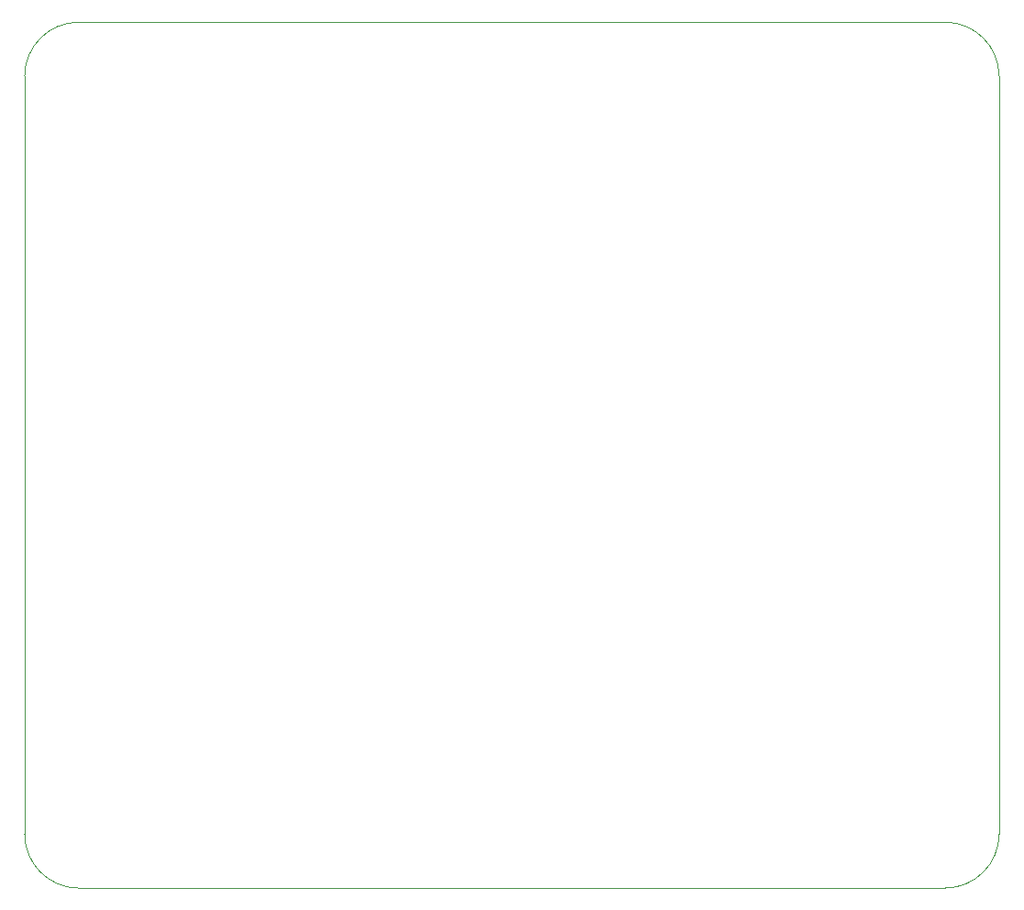
<source format=gbr>
%TF.GenerationSoftware,KiCad,Pcbnew,8.0.3*%
%TF.CreationDate,2024-11-10T15:02:54+09:00*%
%TF.ProjectId,PWM_isolation,50574d5f-6973-46f6-9c61-74696f6e2e6b,rev?*%
%TF.SameCoordinates,Original*%
%TF.FileFunction,Profile,NP*%
%FSLAX46Y46*%
G04 Gerber Fmt 4.6, Leading zero omitted, Abs format (unit mm)*
G04 Created by KiCad (PCBNEW 8.0.3) date 2024-11-10 15:02:54*
%MOMM*%
%LPD*%
G01*
G04 APERTURE LIST*
%TA.AperFunction,Profile*%
%ADD10C,0.050000*%
%TD*%
G04 APERTURE END LIST*
D10*
X185000000Y-50000000D02*
G75*
G02*
X190000000Y-55000000I0J-5000000D01*
G01*
X100000000Y-55000000D02*
G75*
G02*
X105000000Y-50000000I5000000J0D01*
G01*
X185000000Y-50000000D02*
X105000000Y-50000000D01*
X190000000Y-125000000D02*
G75*
G02*
X185000000Y-130000000I-5000000J0D01*
G01*
X100000000Y-55000000D02*
X100000000Y-125000000D01*
X105000000Y-130000000D02*
G75*
G02*
X100000000Y-125000000I0J5000000D01*
G01*
X190000000Y-125000000D02*
X190000000Y-55000000D01*
X105000000Y-130000000D02*
X185000000Y-130000000D01*
M02*

</source>
